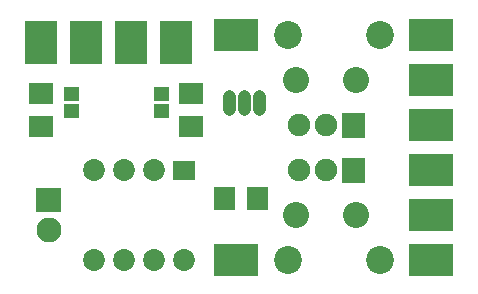
<source format=gts>
G04 Layer: TopSolderMaskLayer*
G04 EasyEDA v6.4.17, 2021-03-05T12:05:08+01:00*
G04 f60f8210386e4bb8a37d6fc626a43cf4,a095d68295bf4de09e4161802e6eaeab,10*
G04 Gerber Generator version 0.2*
G04 Scale: 100 percent, Rotated: No, Reflected: No *
G04 Dimensions in inches *
G04 leading zeros omitted , absolute positions ,3 integer and 6 decimal *
%FSLAX36Y36*%
%MOIN*%

%ADD37C,0.0434*%
%ADD39C,0.0749*%
%ADD40C,0.0867*%
%ADD44C,0.0828*%
%ADD46C,0.0730*%
%ADD48C,0.0930*%

%LPD*%
D37*
X700000Y-278346D02*
G01*
X700000Y-321653D01*
X750000Y-278346D02*
G01*
X750000Y-321653D01*
X800000Y-278346D02*
G01*
X800000Y-321653D01*
G36*
X1078000Y-566500D02*
G01*
X1078000Y-483499D01*
X1153000Y-483499D01*
X1153000Y-566500D01*
G37*
D39*
G01*
X1025500Y-525000D03*
G01*
X934499Y-525000D03*
G36*
X1078000Y-416500D02*
G01*
X1078000Y-333499D01*
X1153000Y-333499D01*
X1153000Y-416500D01*
G37*
G01*
X1025500Y-375000D03*
G01*
X934499Y-375000D03*
D40*
G01*
X1125000Y-675000D03*
G01*
X925000Y-675000D03*
G01*
X1125000Y-225000D03*
G01*
X925000Y-225000D03*
G36*
X649499Y-659499D02*
G01*
X649499Y-580599D01*
X720500Y-580599D01*
X720500Y-659499D01*
G37*
G36*
X759499Y-659499D02*
G01*
X759499Y-580599D01*
X830500Y-580599D01*
X830500Y-659499D01*
G37*
G36*
X535599Y-305500D02*
G01*
X535599Y-234499D01*
X614499Y-234499D01*
X614499Y-305500D01*
G37*
G36*
X535599Y-415500D02*
G01*
X535599Y-344499D01*
X614499Y-344499D01*
X614499Y-415500D01*
G37*
G36*
X35500Y-305500D02*
G01*
X35500Y-234499D01*
X114400Y-234499D01*
X114400Y-305500D01*
G37*
G36*
X35500Y-415500D02*
G01*
X35500Y-344499D01*
X114400Y-344499D01*
X114400Y-415500D01*
G37*
G36*
X58600Y-666399D02*
G01*
X58600Y-583600D01*
X141399Y-583600D01*
X141399Y-666399D01*
G37*
D44*
G01*
X100000Y-725000D03*
G36*
X513499Y-556500D02*
G01*
X513499Y-493499D01*
X586500Y-493499D01*
X586500Y-556500D01*
G37*
D46*
G01*
X450000Y-525000D03*
G01*
X350000Y-525000D03*
G01*
X250000Y-525000D03*
G01*
X250000Y-825000D03*
G01*
X350000Y-825000D03*
G01*
X450000Y-825000D03*
G01*
X550000Y-825000D03*
G36*
X652199Y-878099D02*
G01*
X652199Y-771900D01*
X797800Y-771900D01*
X797800Y-878099D01*
G37*
G36*
X652199Y-128099D02*
G01*
X652199Y-21900D01*
X797800Y-21900D01*
X797800Y-128099D01*
G37*
G36*
X1302200Y-878200D02*
G01*
X1302200Y-771900D01*
X1447799Y-771900D01*
X1447799Y-878200D01*
G37*
G36*
X1302200Y-128099D02*
G01*
X1302200Y-21900D01*
X1447799Y-21900D01*
X1447799Y-128099D01*
G37*
D48*
G01*
X897500Y-825000D03*
G01*
X1202500Y-825000D03*
G01*
X897500Y-75000D03*
G01*
X1202500Y-75000D03*
G36*
X1302200Y-578099D02*
G01*
X1302200Y-471900D01*
X1447799Y-471900D01*
X1447799Y-578099D01*
G37*
G36*
X1302200Y-728099D02*
G01*
X1302200Y-621900D01*
X1447799Y-621900D01*
X1447799Y-728099D01*
G37*
G36*
X21900Y-172800D02*
G01*
X21900Y-27199D01*
X128200Y-27199D01*
X128200Y-172800D01*
G37*
G36*
X171900Y-172800D02*
G01*
X171900Y-27199D01*
X278200Y-27199D01*
X278200Y-172800D01*
G37*
G36*
X471900Y-172800D02*
G01*
X471900Y-27199D01*
X578099Y-27199D01*
X578099Y-172800D01*
G37*
G36*
X321900Y-172800D02*
G01*
X321900Y-27199D01*
X428200Y-27199D01*
X428200Y-172800D01*
G37*
G36*
X1302200Y-278099D02*
G01*
X1302200Y-171900D01*
X1447799Y-171900D01*
X1447799Y-278099D01*
G37*
G36*
X1302200Y-428099D02*
G01*
X1302200Y-321900D01*
X1447799Y-321900D01*
X1447799Y-428099D01*
G37*
G36*
X449299Y-296100D02*
G01*
X449299Y-248800D01*
X500700Y-248800D01*
X500700Y-296100D01*
G37*
G36*
X449299Y-351199D02*
G01*
X449299Y-303899D01*
X500700Y-303899D01*
X500700Y-351199D01*
G37*
G36*
X149299Y-296100D02*
G01*
X149299Y-248800D01*
X200700Y-248800D01*
X200700Y-296100D01*
G37*
G36*
X149299Y-351199D02*
G01*
X149299Y-303899D01*
X200700Y-303899D01*
X200700Y-351199D01*
G37*
M02*

</source>
